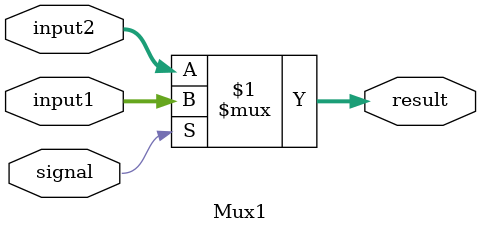
<source format=v>
`timescale 1ns / 1ps


module Mux1(
    input [4:0] input1,
    input [4:0] input2,
    input signal,
    output [4:0] result
    );
    assign result=signal ? input1: input2;
endmodule

</source>
